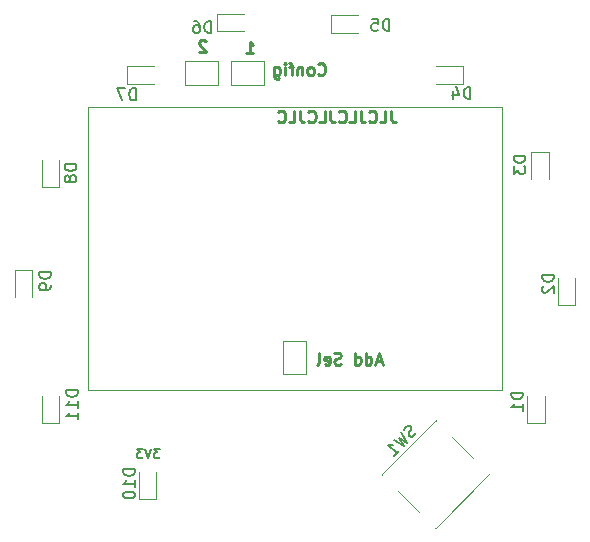
<source format=gbr>
%TF.GenerationSoftware,KiCad,Pcbnew,(5.1.10)-1*%
%TF.CreationDate,2022-02-14T20:34:47-05:00*%
%TF.ProjectId,CAN_Gauge,43414e5f-4761-4756-9765-2e6b69636164,rev?*%
%TF.SameCoordinates,Original*%
%TF.FileFunction,Legend,Bot*%
%TF.FilePolarity,Positive*%
%FSLAX46Y46*%
G04 Gerber Fmt 4.6, Leading zero omitted, Abs format (unit mm)*
G04 Created by KiCad (PCBNEW (5.1.10)-1) date 2022-02-14 20:34:47*
%MOMM*%
%LPD*%
G01*
G04 APERTURE LIST*
%ADD10C,0.200000*%
%ADD11C,0.250000*%
%ADD12C,0.120000*%
%ADD13C,0.150000*%
G04 APERTURE END LIST*
D10*
X121848476Y-108276304D02*
X121353238Y-108276304D01*
X121619904Y-108581066D01*
X121505619Y-108581066D01*
X121429428Y-108619161D01*
X121391333Y-108657257D01*
X121353238Y-108733447D01*
X121353238Y-108923923D01*
X121391333Y-109000114D01*
X121429428Y-109038209D01*
X121505619Y-109076304D01*
X121734190Y-109076304D01*
X121810380Y-109038209D01*
X121848476Y-109000114D01*
X121124666Y-108276304D02*
X120858000Y-109076304D01*
X120591333Y-108276304D01*
X120400857Y-108276304D02*
X119905619Y-108276304D01*
X120172285Y-108581066D01*
X120058000Y-108581066D01*
X119981809Y-108619161D01*
X119943714Y-108657257D01*
X119905619Y-108733447D01*
X119905619Y-108923923D01*
X119943714Y-109000114D01*
X119981809Y-109038209D01*
X120058000Y-109076304D01*
X120286571Y-109076304D01*
X120362761Y-109038209D01*
X120400857Y-109000114D01*
D11*
X140617276Y-100854666D02*
X140141085Y-100854666D01*
X140712514Y-101140380D02*
X140379180Y-100140380D01*
X140045847Y-101140380D01*
X139283942Y-101140380D02*
X139283942Y-100140380D01*
X139283942Y-101092761D02*
X139379180Y-101140380D01*
X139569657Y-101140380D01*
X139664895Y-101092761D01*
X139712514Y-101045142D01*
X139760133Y-100949904D01*
X139760133Y-100664190D01*
X139712514Y-100568952D01*
X139664895Y-100521333D01*
X139569657Y-100473714D01*
X139379180Y-100473714D01*
X139283942Y-100521333D01*
X138379180Y-101140380D02*
X138379180Y-100140380D01*
X138379180Y-101092761D02*
X138474419Y-101140380D01*
X138664895Y-101140380D01*
X138760133Y-101092761D01*
X138807752Y-101045142D01*
X138855371Y-100949904D01*
X138855371Y-100664190D01*
X138807752Y-100568952D01*
X138760133Y-100521333D01*
X138664895Y-100473714D01*
X138474419Y-100473714D01*
X138379180Y-100521333D01*
X137188704Y-101092761D02*
X137045847Y-101140380D01*
X136807752Y-101140380D01*
X136712514Y-101092761D01*
X136664895Y-101045142D01*
X136617276Y-100949904D01*
X136617276Y-100854666D01*
X136664895Y-100759428D01*
X136712514Y-100711809D01*
X136807752Y-100664190D01*
X136998228Y-100616571D01*
X137093466Y-100568952D01*
X137141085Y-100521333D01*
X137188704Y-100426095D01*
X137188704Y-100330857D01*
X137141085Y-100235619D01*
X137093466Y-100188000D01*
X136998228Y-100140380D01*
X136760133Y-100140380D01*
X136617276Y-100188000D01*
X135807752Y-101092761D02*
X135902990Y-101140380D01*
X136093466Y-101140380D01*
X136188704Y-101092761D01*
X136236323Y-100997523D01*
X136236323Y-100616571D01*
X136188704Y-100521333D01*
X136093466Y-100473714D01*
X135902990Y-100473714D01*
X135807752Y-100521333D01*
X135760133Y-100616571D01*
X135760133Y-100711809D01*
X136236323Y-100807047D01*
X135188704Y-101140380D02*
X135283942Y-101092761D01*
X135331561Y-100997523D01*
X135331561Y-100140380D01*
X125741114Y-73768819D02*
X125693495Y-73721200D01*
X125598257Y-73673580D01*
X125360161Y-73673580D01*
X125264923Y-73721200D01*
X125217304Y-73768819D01*
X125169685Y-73864057D01*
X125169685Y-73959295D01*
X125217304Y-74102152D01*
X125788733Y-74673580D01*
X125169685Y-74673580D01*
X129182885Y-74800580D02*
X129754314Y-74800580D01*
X129468600Y-74800580D02*
X129468600Y-73800580D01*
X129563838Y-73943438D01*
X129659076Y-74038676D01*
X129754314Y-74086295D01*
X135256428Y-76534142D02*
X135304047Y-76581761D01*
X135446904Y-76629380D01*
X135542142Y-76629380D01*
X135685000Y-76581761D01*
X135780238Y-76486523D01*
X135827857Y-76391285D01*
X135875476Y-76200809D01*
X135875476Y-76057952D01*
X135827857Y-75867476D01*
X135780238Y-75772238D01*
X135685000Y-75677000D01*
X135542142Y-75629380D01*
X135446904Y-75629380D01*
X135304047Y-75677000D01*
X135256428Y-75724619D01*
X134685000Y-76629380D02*
X134780238Y-76581761D01*
X134827857Y-76534142D01*
X134875476Y-76438904D01*
X134875476Y-76153190D01*
X134827857Y-76057952D01*
X134780238Y-76010333D01*
X134685000Y-75962714D01*
X134542142Y-75962714D01*
X134446904Y-76010333D01*
X134399285Y-76057952D01*
X134351666Y-76153190D01*
X134351666Y-76438904D01*
X134399285Y-76534142D01*
X134446904Y-76581761D01*
X134542142Y-76629380D01*
X134685000Y-76629380D01*
X133923095Y-75962714D02*
X133923095Y-76629380D01*
X133923095Y-76057952D02*
X133875476Y-76010333D01*
X133780238Y-75962714D01*
X133637380Y-75962714D01*
X133542142Y-76010333D01*
X133494523Y-76105571D01*
X133494523Y-76629380D01*
X133161190Y-75962714D02*
X132780238Y-75962714D01*
X133018333Y-76629380D02*
X133018333Y-75772238D01*
X132970714Y-75677000D01*
X132875476Y-75629380D01*
X132780238Y-75629380D01*
X132446904Y-76629380D02*
X132446904Y-75962714D01*
X132446904Y-75629380D02*
X132494523Y-75677000D01*
X132446904Y-75724619D01*
X132399285Y-75677000D01*
X132446904Y-75629380D01*
X132446904Y-75724619D01*
X131542142Y-75962714D02*
X131542142Y-76772238D01*
X131589761Y-76867476D01*
X131637380Y-76915095D01*
X131732619Y-76962714D01*
X131875476Y-76962714D01*
X131970714Y-76915095D01*
X131542142Y-76581761D02*
X131637380Y-76629380D01*
X131827857Y-76629380D01*
X131923095Y-76581761D01*
X131970714Y-76534142D01*
X132018333Y-76438904D01*
X132018333Y-76153190D01*
X131970714Y-76057952D01*
X131923095Y-76010333D01*
X131827857Y-75962714D01*
X131637380Y-75962714D01*
X131542142Y-76010333D01*
X141428247Y-79629880D02*
X141428247Y-80344166D01*
X141475866Y-80487023D01*
X141571104Y-80582261D01*
X141713961Y-80629880D01*
X141809200Y-80629880D01*
X140475866Y-80629880D02*
X140952057Y-80629880D01*
X140952057Y-79629880D01*
X139571104Y-80534642D02*
X139618723Y-80582261D01*
X139761580Y-80629880D01*
X139856819Y-80629880D01*
X139999676Y-80582261D01*
X140094914Y-80487023D01*
X140142533Y-80391785D01*
X140190152Y-80201309D01*
X140190152Y-80058452D01*
X140142533Y-79867976D01*
X140094914Y-79772738D01*
X139999676Y-79677500D01*
X139856819Y-79629880D01*
X139761580Y-79629880D01*
X139618723Y-79677500D01*
X139571104Y-79725119D01*
X138856819Y-79629880D02*
X138856819Y-80344166D01*
X138904438Y-80487023D01*
X138999676Y-80582261D01*
X139142533Y-80629880D01*
X139237771Y-80629880D01*
X137904438Y-80629880D02*
X138380628Y-80629880D01*
X138380628Y-79629880D01*
X136999676Y-80534642D02*
X137047295Y-80582261D01*
X137190152Y-80629880D01*
X137285390Y-80629880D01*
X137428247Y-80582261D01*
X137523485Y-80487023D01*
X137571104Y-80391785D01*
X137618723Y-80201309D01*
X137618723Y-80058452D01*
X137571104Y-79867976D01*
X137523485Y-79772738D01*
X137428247Y-79677500D01*
X137285390Y-79629880D01*
X137190152Y-79629880D01*
X137047295Y-79677500D01*
X136999676Y-79725119D01*
X136285390Y-79629880D02*
X136285390Y-80344166D01*
X136333009Y-80487023D01*
X136428247Y-80582261D01*
X136571104Y-80629880D01*
X136666342Y-80629880D01*
X135333009Y-80629880D02*
X135809200Y-80629880D01*
X135809200Y-79629880D01*
X134428247Y-80534642D02*
X134475866Y-80582261D01*
X134618723Y-80629880D01*
X134713961Y-80629880D01*
X134856819Y-80582261D01*
X134952057Y-80487023D01*
X134999676Y-80391785D01*
X135047295Y-80201309D01*
X135047295Y-80058452D01*
X134999676Y-79867976D01*
X134952057Y-79772738D01*
X134856819Y-79677500D01*
X134713961Y-79629880D01*
X134618723Y-79629880D01*
X134475866Y-79677500D01*
X134428247Y-79725119D01*
X133713961Y-79629880D02*
X133713961Y-80344166D01*
X133761580Y-80487023D01*
X133856819Y-80582261D01*
X133999676Y-80629880D01*
X134094914Y-80629880D01*
X132761580Y-80629880D02*
X133237771Y-80629880D01*
X133237771Y-79629880D01*
X131856819Y-80534642D02*
X131904438Y-80582261D01*
X132047295Y-80629880D01*
X132142533Y-80629880D01*
X132285390Y-80582261D01*
X132380628Y-80487023D01*
X132428247Y-80391785D01*
X132475866Y-80201309D01*
X132475866Y-80058452D01*
X132428247Y-79867976D01*
X132380628Y-79772738D01*
X132285390Y-79677500D01*
X132142533Y-79629880D01*
X132047295Y-79629880D01*
X131904438Y-79677500D01*
X131856819Y-79725119D01*
D12*
%TO.C,U4*%
X150804000Y-79323000D02*
X150804000Y-103323000D01*
X115804000Y-79323000D02*
X115804000Y-103323000D01*
X115804000Y-79323000D02*
X150804000Y-79323000D01*
X115804000Y-103323000D02*
X150804000Y-103323000D01*
%TO.C,JP3*%
X123979200Y-77456400D02*
X126779200Y-77456400D01*
X126779200Y-77456400D02*
X126779200Y-75456400D01*
X126779200Y-75456400D02*
X123979200Y-75456400D01*
X123979200Y-75456400D02*
X123979200Y-77456400D01*
%TO.C,JP2*%
X130665400Y-75456400D02*
X127865400Y-75456400D01*
X127865400Y-75456400D02*
X127865400Y-77456400D01*
X127865400Y-77456400D02*
X130665400Y-77456400D01*
X130665400Y-77456400D02*
X130665400Y-75456400D01*
%TO.C,SW1*%
X140623290Y-110441600D02*
X140644503Y-110462813D01*
X145191200Y-115009510D02*
X145169987Y-114988297D01*
X149759110Y-110441600D02*
X149737897Y-110420387D01*
X145212413Y-105894903D02*
X145191200Y-105873690D01*
X141988006Y-111806316D02*
X143826484Y-113644794D01*
X145191200Y-105873690D02*
X140623290Y-110441600D01*
X146555916Y-107238406D02*
X148394394Y-109076884D01*
X149759110Y-110441600D02*
X145191200Y-115009510D01*
%TO.C,JP1*%
X134240500Y-99176000D02*
X132240500Y-99176000D01*
X134240500Y-101976000D02*
X134240500Y-99176000D01*
X132240500Y-101976000D02*
X134240500Y-101976000D01*
X132240500Y-99176000D02*
X132240500Y-101976000D01*
%TO.C,D11*%
X113314229Y-103766158D02*
X113314229Y-106051158D01*
X113314229Y-106051158D02*
X111844229Y-106051158D01*
X111844229Y-106051158D02*
X111844229Y-103766158D01*
%TO.C,D9*%
X109569000Y-95392000D02*
X109569000Y-93107000D01*
X109569000Y-93107000D02*
X111039000Y-93107000D01*
X111039000Y-93107000D02*
X111039000Y-95392000D01*
%TO.C,D8*%
X113314229Y-83817842D02*
X113314229Y-86102842D01*
X113314229Y-86102842D02*
X111844229Y-86102842D01*
X111844229Y-86102842D02*
X111844229Y-83817842D01*
%TO.C,D3*%
X153293771Y-85417842D02*
X153293771Y-83132842D01*
X153293771Y-83132842D02*
X154763771Y-83132842D01*
X154763771Y-83132842D02*
X154763771Y-85417842D01*
%TO.C,D1*%
X154422500Y-103825000D02*
X154422500Y-106110000D01*
X154422500Y-106110000D02*
X152952500Y-106110000D01*
X152952500Y-106110000D02*
X152952500Y-103825000D01*
%TO.C,D10*%
X121567600Y-110251200D02*
X121567600Y-112536200D01*
X121567600Y-112536200D02*
X120097600Y-112536200D01*
X120097600Y-112536200D02*
X120097600Y-110251200D01*
%TO.C,D7*%
X119055500Y-75882030D02*
X121340500Y-75882030D01*
X119055500Y-77352030D02*
X119055500Y-75882030D01*
X121340500Y-77352030D02*
X119055500Y-77352030D01*
%TO.C,D6*%
X128969248Y-72907493D02*
X126684248Y-72907493D01*
X126684248Y-72907493D02*
X126684248Y-71437493D01*
X126684248Y-71437493D02*
X128969248Y-71437493D01*
%TO.C,D4*%
X147552500Y-77356500D02*
X145267500Y-77356500D01*
X147552500Y-75886500D02*
X147552500Y-77356500D01*
X145267500Y-75886500D02*
X147552500Y-75886500D01*
%TO.C,D5*%
X136327500Y-71568500D02*
X138612500Y-71568500D01*
X136327500Y-73038500D02*
X136327500Y-71568500D01*
X138612500Y-73038500D02*
X136327500Y-73038500D01*
%TO.C,D2*%
X157039000Y-93792000D02*
X157039000Y-96077000D01*
X157039000Y-96077000D02*
X155569000Y-96077000D01*
X155569000Y-96077000D02*
X155569000Y-93792000D01*
%TO.C,SW1*%
D13*
X143556436Y-106921218D02*
X143489093Y-107055905D01*
X143320734Y-107224264D01*
X143219719Y-107257936D01*
X143152375Y-107257936D01*
X143051360Y-107224264D01*
X142984017Y-107156921D01*
X142950345Y-107055905D01*
X142950345Y-106988562D01*
X142984017Y-106887547D01*
X143085032Y-106719188D01*
X143118704Y-106618173D01*
X143118704Y-106550829D01*
X143085032Y-106449814D01*
X143017688Y-106382470D01*
X142916673Y-106348799D01*
X142849330Y-106348799D01*
X142748314Y-106382470D01*
X142579956Y-106550829D01*
X142512612Y-106685516D01*
X142243238Y-106887547D02*
X142781986Y-107763012D01*
X142142223Y-107392623D01*
X142512612Y-108032386D01*
X141637147Y-107493638D01*
X141704490Y-108840508D02*
X142108551Y-108436447D01*
X141906521Y-108638478D02*
X141199414Y-107931371D01*
X141367773Y-107965043D01*
X141502460Y-107965043D01*
X141603475Y-107931371D01*
%TO.C,D11*%
X114909580Y-103296414D02*
X113909580Y-103296414D01*
X113909580Y-103534509D01*
X113957200Y-103677366D01*
X114052438Y-103772604D01*
X114147676Y-103820223D01*
X114338152Y-103867842D01*
X114481009Y-103867842D01*
X114671485Y-103820223D01*
X114766723Y-103772604D01*
X114861961Y-103677366D01*
X114909580Y-103534509D01*
X114909580Y-103296414D01*
X114909580Y-104820223D02*
X114909580Y-104248795D01*
X114909580Y-104534509D02*
X113909580Y-104534509D01*
X114052438Y-104439271D01*
X114147676Y-104344033D01*
X114195295Y-104248795D01*
X114909580Y-105772604D02*
X114909580Y-105201176D01*
X114909580Y-105486890D02*
X113909580Y-105486890D01*
X114052438Y-105391652D01*
X114147676Y-105296414D01*
X114195295Y-105201176D01*
%TO.C,D9*%
X112636280Y-93320504D02*
X111636280Y-93320504D01*
X111636280Y-93558600D01*
X111683900Y-93701457D01*
X111779138Y-93796695D01*
X111874376Y-93844314D01*
X112064852Y-93891933D01*
X112207709Y-93891933D01*
X112398185Y-93844314D01*
X112493423Y-93796695D01*
X112588661Y-93701457D01*
X112636280Y-93558600D01*
X112636280Y-93320504D01*
X112636280Y-94368123D02*
X112636280Y-94558600D01*
X112588661Y-94653838D01*
X112541042Y-94701457D01*
X112398185Y-94796695D01*
X112207709Y-94844314D01*
X111826757Y-94844314D01*
X111731519Y-94796695D01*
X111683900Y-94749076D01*
X111636280Y-94653838D01*
X111636280Y-94463361D01*
X111683900Y-94368123D01*
X111731519Y-94320504D01*
X111826757Y-94272885D01*
X112064852Y-94272885D01*
X112160090Y-94320504D01*
X112207709Y-94368123D01*
X112255328Y-94463361D01*
X112255328Y-94653838D01*
X112207709Y-94749076D01*
X112160090Y-94796695D01*
X112064852Y-94844314D01*
%TO.C,D8*%
X114795280Y-84176504D02*
X113795280Y-84176504D01*
X113795280Y-84414600D01*
X113842900Y-84557457D01*
X113938138Y-84652695D01*
X114033376Y-84700314D01*
X114223852Y-84747933D01*
X114366709Y-84747933D01*
X114557185Y-84700314D01*
X114652423Y-84652695D01*
X114747661Y-84557457D01*
X114795280Y-84414600D01*
X114795280Y-84176504D01*
X114223852Y-85319361D02*
X114176233Y-85224123D01*
X114128614Y-85176504D01*
X114033376Y-85128885D01*
X113985757Y-85128885D01*
X113890519Y-85176504D01*
X113842900Y-85224123D01*
X113795280Y-85319361D01*
X113795280Y-85509838D01*
X113842900Y-85605076D01*
X113890519Y-85652695D01*
X113985757Y-85700314D01*
X114033376Y-85700314D01*
X114128614Y-85652695D01*
X114176233Y-85605076D01*
X114223852Y-85509838D01*
X114223852Y-85319361D01*
X114271471Y-85224123D01*
X114319090Y-85176504D01*
X114414328Y-85128885D01*
X114604804Y-85128885D01*
X114700042Y-85176504D01*
X114747661Y-85224123D01*
X114795280Y-85319361D01*
X114795280Y-85509838D01*
X114747661Y-85605076D01*
X114700042Y-85652695D01*
X114604804Y-85700314D01*
X114414328Y-85700314D01*
X114319090Y-85652695D01*
X114271471Y-85605076D01*
X114223852Y-85509838D01*
%TO.C,D3*%
X152806380Y-83465304D02*
X151806380Y-83465304D01*
X151806380Y-83703400D01*
X151854000Y-83846257D01*
X151949238Y-83941495D01*
X152044476Y-83989114D01*
X152234952Y-84036733D01*
X152377809Y-84036733D01*
X152568285Y-83989114D01*
X152663523Y-83941495D01*
X152758761Y-83846257D01*
X152806380Y-83703400D01*
X152806380Y-83465304D01*
X151806380Y-84370066D02*
X151806380Y-84989114D01*
X152187333Y-84655780D01*
X152187333Y-84798638D01*
X152234952Y-84893876D01*
X152282571Y-84941495D01*
X152377809Y-84989114D01*
X152615904Y-84989114D01*
X152711142Y-84941495D01*
X152758761Y-84893876D01*
X152806380Y-84798638D01*
X152806380Y-84512923D01*
X152758761Y-84417685D01*
X152711142Y-84370066D01*
%TO.C,D1*%
X152603180Y-103505904D02*
X151603180Y-103505904D01*
X151603180Y-103744000D01*
X151650800Y-103886857D01*
X151746038Y-103982095D01*
X151841276Y-104029714D01*
X152031752Y-104077333D01*
X152174609Y-104077333D01*
X152365085Y-104029714D01*
X152460323Y-103982095D01*
X152555561Y-103886857D01*
X152603180Y-103744000D01*
X152603180Y-103505904D01*
X152603180Y-105029714D02*
X152603180Y-104458285D01*
X152603180Y-104744000D02*
X151603180Y-104744000D01*
X151746038Y-104648761D01*
X151841276Y-104553523D01*
X151888895Y-104458285D01*
%TO.C,D10*%
X119735580Y-109989314D02*
X118735580Y-109989314D01*
X118735580Y-110227409D01*
X118783200Y-110370266D01*
X118878438Y-110465504D01*
X118973676Y-110513123D01*
X119164152Y-110560742D01*
X119307009Y-110560742D01*
X119497485Y-110513123D01*
X119592723Y-110465504D01*
X119687961Y-110370266D01*
X119735580Y-110227409D01*
X119735580Y-109989314D01*
X119735580Y-111513123D02*
X119735580Y-110941695D01*
X119735580Y-111227409D02*
X118735580Y-111227409D01*
X118878438Y-111132171D01*
X118973676Y-111036933D01*
X119021295Y-110941695D01*
X118735580Y-112132171D02*
X118735580Y-112227409D01*
X118783200Y-112322647D01*
X118830819Y-112370266D01*
X118926057Y-112417885D01*
X119116533Y-112465504D01*
X119354628Y-112465504D01*
X119545104Y-112417885D01*
X119640342Y-112370266D01*
X119687961Y-112322647D01*
X119735580Y-112227409D01*
X119735580Y-112132171D01*
X119687961Y-112036933D01*
X119640342Y-111989314D01*
X119545104Y-111941695D01*
X119354628Y-111894076D01*
X119116533Y-111894076D01*
X118926057Y-111941695D01*
X118830819Y-111989314D01*
X118783200Y-112036933D01*
X118735580Y-112132171D01*
%TO.C,D7*%
X119818095Y-78762980D02*
X119818095Y-77762980D01*
X119580000Y-77762980D01*
X119437142Y-77810600D01*
X119341904Y-77905838D01*
X119294285Y-78001076D01*
X119246666Y-78191552D01*
X119246666Y-78334409D01*
X119294285Y-78524885D01*
X119341904Y-78620123D01*
X119437142Y-78715361D01*
X119580000Y-78762980D01*
X119818095Y-78762980D01*
X118913333Y-77762980D02*
X118246666Y-77762980D01*
X118675238Y-78762980D01*
%TO.C,D6*%
X126193495Y-73047980D02*
X126193495Y-72047980D01*
X125955400Y-72047980D01*
X125812542Y-72095600D01*
X125717304Y-72190838D01*
X125669685Y-72286076D01*
X125622066Y-72476552D01*
X125622066Y-72619409D01*
X125669685Y-72809885D01*
X125717304Y-72905123D01*
X125812542Y-73000361D01*
X125955400Y-73047980D01*
X126193495Y-73047980D01*
X124764923Y-72047980D02*
X124955400Y-72047980D01*
X125050638Y-72095600D01*
X125098257Y-72143219D01*
X125193495Y-72286076D01*
X125241114Y-72476552D01*
X125241114Y-72857504D01*
X125193495Y-72952742D01*
X125145876Y-73000361D01*
X125050638Y-73047980D01*
X124860161Y-73047980D01*
X124764923Y-73000361D01*
X124717304Y-72952742D01*
X124669685Y-72857504D01*
X124669685Y-72619409D01*
X124717304Y-72524171D01*
X124764923Y-72476552D01*
X124860161Y-72428933D01*
X125050638Y-72428933D01*
X125145876Y-72476552D01*
X125193495Y-72524171D01*
X125241114Y-72619409D01*
%TO.C,D4*%
X148139095Y-78635980D02*
X148139095Y-77635980D01*
X147901000Y-77635980D01*
X147758142Y-77683600D01*
X147662904Y-77778838D01*
X147615285Y-77874076D01*
X147567666Y-78064552D01*
X147567666Y-78207409D01*
X147615285Y-78397885D01*
X147662904Y-78493123D01*
X147758142Y-78588361D01*
X147901000Y-78635980D01*
X148139095Y-78635980D01*
X146710523Y-77969314D02*
X146710523Y-78635980D01*
X146948619Y-77588361D02*
X147186714Y-78302647D01*
X146567666Y-78302647D01*
%TO.C,D5*%
X141281095Y-72870180D02*
X141281095Y-71870180D01*
X141043000Y-71870180D01*
X140900142Y-71917800D01*
X140804904Y-72013038D01*
X140757285Y-72108276D01*
X140709666Y-72298752D01*
X140709666Y-72441609D01*
X140757285Y-72632085D01*
X140804904Y-72727323D01*
X140900142Y-72822561D01*
X141043000Y-72870180D01*
X141281095Y-72870180D01*
X139804904Y-71870180D02*
X140281095Y-71870180D01*
X140328714Y-72346371D01*
X140281095Y-72298752D01*
X140185857Y-72251133D01*
X139947761Y-72251133D01*
X139852523Y-72298752D01*
X139804904Y-72346371D01*
X139757285Y-72441609D01*
X139757285Y-72679704D01*
X139804904Y-72774942D01*
X139852523Y-72822561D01*
X139947761Y-72870180D01*
X140185857Y-72870180D01*
X140281095Y-72822561D01*
X140328714Y-72774942D01*
%TO.C,D2*%
X155206680Y-93549104D02*
X154206680Y-93549104D01*
X154206680Y-93787200D01*
X154254300Y-93930057D01*
X154349538Y-94025295D01*
X154444776Y-94072914D01*
X154635252Y-94120533D01*
X154778109Y-94120533D01*
X154968585Y-94072914D01*
X155063823Y-94025295D01*
X155159061Y-93930057D01*
X155206680Y-93787200D01*
X155206680Y-93549104D01*
X154301919Y-94501485D02*
X154254300Y-94549104D01*
X154206680Y-94644342D01*
X154206680Y-94882438D01*
X154254300Y-94977676D01*
X154301919Y-95025295D01*
X154397157Y-95072914D01*
X154492395Y-95072914D01*
X154635252Y-95025295D01*
X155206680Y-94453866D01*
X155206680Y-95072914D01*
%TD*%
M02*

</source>
